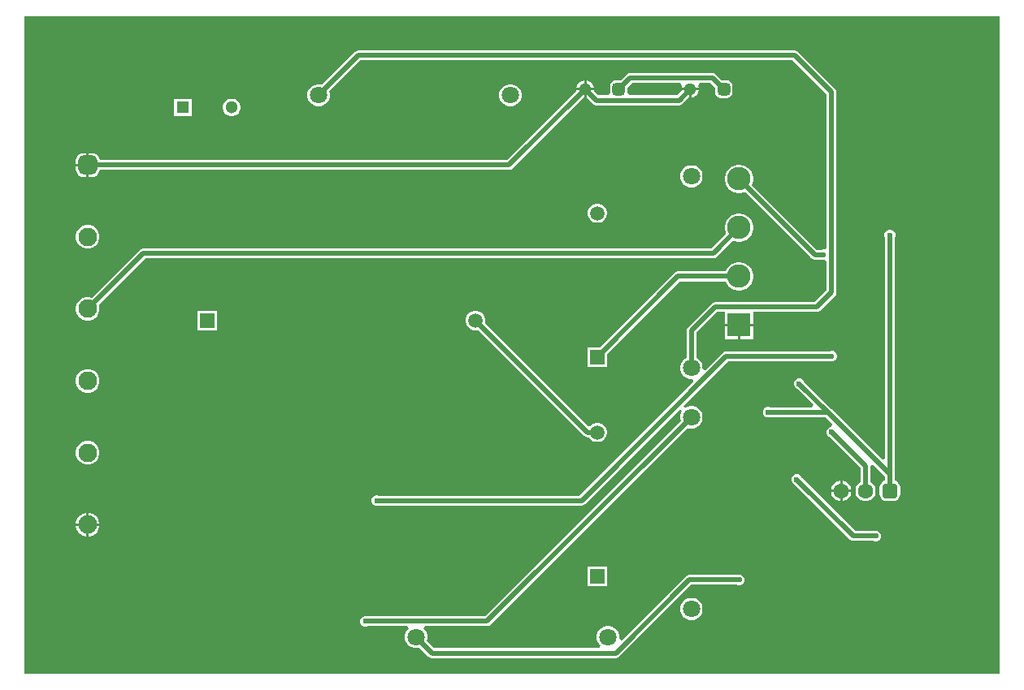
<source format=gbl>
G04*
G04 #@! TF.GenerationSoftware,Altium Limited,Altium Designer,24.5.1 (21)*
G04*
G04 Layer_Physical_Order=2*
G04 Layer_Color=16711680*
%FSLAX44Y44*%
%MOMM*%
G71*
G04*
G04 #@! TF.SameCoordinates,667E7DA7-0DE7-46C7-9864-8DF00163D8D0*
G04*
G04*
G04 #@! TF.FilePolarity,Positive*
G04*
G01*
G75*
%ADD60C,0.5000*%
%ADD61R,1.5000X1.5000*%
%ADD62C,1.5000*%
%ADD63C,1.5190*%
%ADD64R,1.5190X1.5190*%
%ADD65C,1.8000*%
%ADD66C,1.3000*%
%ADD67R,1.3000X1.3000*%
G04:AMPARAMS|DCode=68|XSize=1.3mm|YSize=1.3mm|CornerRadius=0.325mm|HoleSize=0mm|Usage=FLASHONLY|Rotation=0.000|XOffset=0mm|YOffset=0mm|HoleType=Round|Shape=RoundedRectangle|*
%AMROUNDEDRECTD68*
21,1,1.3000,0.6500,0,0,0.0*
21,1,0.6500,1.3000,0,0,0.0*
1,1,0.6500,0.3250,-0.3250*
1,1,0.6500,-0.3250,-0.3250*
1,1,0.6500,-0.3250,0.3250*
1,1,0.6500,0.3250,0.3250*
%
%ADD68ROUNDEDRECTD68*%
G04:AMPARAMS|DCode=69|XSize=1.6mm|YSize=1.6mm|CornerRadius=0.4mm|HoleSize=0mm|Usage=FLASHONLY|Rotation=180.000|XOffset=0mm|YOffset=0mm|HoleType=Round|Shape=RoundedRectangle|*
%AMROUNDEDRECTD69*
21,1,1.6000,0.8000,0,0,180.0*
21,1,0.8000,1.6000,0,0,180.0*
1,1,0.8000,-0.4000,0.4000*
1,1,0.8000,0.4000,0.4000*
1,1,0.8000,0.4000,-0.4000*
1,1,0.8000,-0.4000,-0.4000*
%
%ADD69ROUNDEDRECTD69*%
%ADD70C,1.6000*%
%ADD71R,2.4450X2.4450*%
%ADD72C,2.4450*%
%ADD73C,1.9500*%
G04:AMPARAMS|DCode=74|XSize=1.95mm|YSize=1.95mm|CornerRadius=0.4875mm|HoleSize=0mm|Usage=FLASHONLY|Rotation=270.000|XOffset=0mm|YOffset=0mm|HoleType=Round|Shape=RoundedRectangle|*
%AMROUNDEDRECTD74*
21,1,1.9500,0.9750,0,0,270.0*
21,1,0.9750,1.9500,0,0,270.0*
1,1,0.9750,-0.4875,-0.4875*
1,1,0.9750,-0.4875,0.4875*
1,1,0.9750,0.4875,0.4875*
1,1,0.9750,0.4875,-0.4875*
%
%ADD74ROUNDEDRECTD74*%
%ADD75C,0.6000*%
G36*
X1270000Y254000D02*
X254000D01*
Y939800D01*
X1270000D01*
Y254000D01*
D02*
G37*
%LPC*%
G36*
X839470Y872619D02*
Y864870D01*
X847219D01*
X846624Y867089D01*
X845434Y869151D01*
X843751Y870834D01*
X841689Y872024D01*
X839470Y872619D01*
D02*
G37*
G36*
X836930D02*
X834711Y872024D01*
X832649Y870834D01*
X830966Y869151D01*
X829776Y867089D01*
X829181Y864870D01*
X836930D01*
Y872619D01*
D02*
G37*
G36*
Y862330D02*
X829181D01*
X829283Y861950D01*
X756872Y789539D01*
X332319D01*
X332099Y791211D01*
X331352Y793015D01*
X330163Y794564D01*
X328614Y795752D01*
X326811Y796499D01*
X324875Y796754D01*
X321270D01*
Y784400D01*
Y772046D01*
X324875D01*
X326811Y772301D01*
X328614Y773048D01*
X330163Y774237D01*
X331352Y775786D01*
X332099Y777590D01*
X332319Y779261D01*
X759000D01*
X760967Y779653D01*
X762634Y780767D01*
X836550Y854683D01*
X836930Y854581D01*
Y862330D01*
D02*
G37*
G36*
X956719D02*
X948970D01*
Y854581D01*
X951189Y855176D01*
X953251Y856366D01*
X954934Y858049D01*
X956124Y860111D01*
X956719Y862330D01*
D02*
G37*
G36*
X971016Y880423D02*
X884884D01*
X882918Y880032D01*
X881251Y878918D01*
X875086Y872753D01*
X869950D01*
X867691Y872304D01*
X865776Y871024D01*
X864496Y869109D01*
X864047Y866850D01*
Y860350D01*
X864106Y860055D01*
X861855Y857055D01*
X852012D01*
X847117Y861950D01*
X847219Y862330D01*
X839470D01*
Y854581D01*
X839850Y854683D01*
X846250Y848282D01*
X847917Y847168D01*
X849884Y846777D01*
X936016D01*
X937982Y847168D01*
X939650Y848282D01*
X946050Y854683D01*
X946430Y854581D01*
Y862330D01*
X938681D01*
X938783Y861950D01*
X933887Y857055D01*
X884545D01*
X882295Y860055D01*
X882354Y860350D01*
Y865486D01*
X887013Y870145D01*
X937576D01*
X939308Y867145D01*
X939276Y867089D01*
X938681Y864870D01*
X956719D01*
X956124Y867089D01*
X956092Y867145D01*
X957824Y870145D01*
X968888D01*
X973547Y865486D01*
Y860350D01*
X973996Y858091D01*
X975276Y856176D01*
X977191Y854896D01*
X979450Y854447D01*
X985950D01*
X988209Y854896D01*
X990124Y856176D01*
X991404Y858091D01*
X991853Y860350D01*
Y866850D01*
X991404Y869109D01*
X990124Y871024D01*
X988209Y872304D01*
X985950Y872753D01*
X980814D01*
X974650Y878918D01*
X972983Y880032D01*
X971016Y880423D01*
D02*
G37*
G36*
X761919Y868790D02*
X758880D01*
X755946Y868003D01*
X753314Y866484D01*
X751165Y864336D01*
X749646Y861704D01*
X748860Y858769D01*
Y855731D01*
X749646Y852796D01*
X751165Y850164D01*
X753314Y848016D01*
X755946Y846497D01*
X758880Y845710D01*
X761919D01*
X764854Y846497D01*
X767486Y848016D01*
X769634Y850164D01*
X771153Y852796D01*
X771940Y855731D01*
Y858769D01*
X771153Y861704D01*
X769634Y864336D01*
X767486Y866484D01*
X764854Y868003D01*
X761919Y868790D01*
D02*
G37*
G36*
X471090Y853590D02*
X468710D01*
X466411Y852974D01*
X464349Y851784D01*
X462666Y850101D01*
X461476Y848039D01*
X460860Y845740D01*
Y843360D01*
X461476Y841061D01*
X462666Y838999D01*
X464349Y837316D01*
X466411Y836126D01*
X468710Y835510D01*
X471090D01*
X473389Y836126D01*
X475451Y837316D01*
X477134Y838999D01*
X478324Y841061D01*
X478940Y843360D01*
Y845740D01*
X478324Y848039D01*
X477134Y850101D01*
X475451Y851784D01*
X473389Y852974D01*
X471090Y853590D01*
D02*
G37*
G36*
X428140D02*
X410060D01*
Y835510D01*
X428140D01*
Y853590D01*
D02*
G37*
G36*
X318730Y796754D02*
X315125D01*
X313189Y796499D01*
X311385Y795752D01*
X309836Y794564D01*
X308648Y793015D01*
X307901Y791211D01*
X307646Y789275D01*
Y785670D01*
X318730D01*
Y796754D01*
D02*
G37*
G36*
Y783130D02*
X307646D01*
Y779525D01*
X307901Y777590D01*
X308648Y775786D01*
X309836Y774237D01*
X311385Y773048D01*
X313189Y772301D01*
X315125Y772046D01*
X318730D01*
Y783130D01*
D02*
G37*
G36*
X950463Y784213D02*
X947425D01*
X944490Y783427D01*
X941858Y781907D01*
X939710Y779759D01*
X938191Y777127D01*
X937404Y774192D01*
Y771154D01*
X938191Y768219D01*
X939710Y765587D01*
X941858Y763439D01*
X944490Y761919D01*
X947425Y761133D01*
X950463D01*
X953398Y761919D01*
X956030Y763439D01*
X958178Y765587D01*
X959697Y768219D01*
X960484Y771154D01*
Y774192D01*
X959697Y777127D01*
X958178Y779759D01*
X956030Y781907D01*
X953398Y783427D01*
X950463Y784213D01*
D02*
G37*
G36*
X852222Y744240D02*
X849578D01*
X847025Y743556D01*
X844735Y742234D01*
X842866Y740365D01*
X841544Y738075D01*
X840860Y735522D01*
Y732878D01*
X841544Y730325D01*
X842866Y728036D01*
X844735Y726166D01*
X847025Y724844D01*
X849578Y724160D01*
X852222D01*
X854775Y724844D01*
X857065Y726166D01*
X858934Y728036D01*
X860256Y730325D01*
X860940Y732878D01*
Y735522D01*
X860256Y738075D01*
X858934Y740365D01*
X857065Y742234D01*
X854775Y743556D01*
X852222Y744240D01*
D02*
G37*
G36*
X999928Y733839D02*
X997020D01*
X994167Y733272D01*
X991480Y732159D01*
X989062Y730543D01*
X987005Y728486D01*
X985389Y726068D01*
X984276Y723381D01*
X983709Y720528D01*
Y717620D01*
X984276Y714767D01*
X985045Y712912D01*
X969421Y697289D01*
X377750D01*
X375783Y696898D01*
X374116Y695784D01*
X324303Y645971D01*
X321618Y646690D01*
X318382D01*
X315256Y645853D01*
X312454Y644234D01*
X310165Y641946D01*
X308547Y639144D01*
X307710Y636018D01*
Y632782D01*
X308547Y629656D01*
X310165Y626854D01*
X312454Y624566D01*
X315256Y622948D01*
X318382Y622110D01*
X321618D01*
X324744Y622948D01*
X327546Y624566D01*
X329834Y626854D01*
X331452Y629656D01*
X332290Y632782D01*
Y636018D01*
X331570Y638703D01*
X379878Y687011D01*
X971550D01*
X973516Y687402D01*
X975184Y688516D01*
X992312Y705645D01*
X994167Y704876D01*
X997020Y704309D01*
X999928D01*
X1002781Y704876D01*
X1005468Y705989D01*
X1007886Y707605D01*
X1009943Y709662D01*
X1011559Y712080D01*
X1012672Y714767D01*
X1013239Y717620D01*
Y720528D01*
X1012672Y723381D01*
X1011559Y726068D01*
X1009943Y728486D01*
X1007886Y730543D01*
X1005468Y732159D01*
X1002781Y733272D01*
X999928Y733839D01*
D02*
G37*
G36*
X321618Y721690D02*
X318382D01*
X315256Y720853D01*
X312454Y719235D01*
X310165Y716946D01*
X308547Y714144D01*
X307710Y711018D01*
Y707782D01*
X308547Y704656D01*
X310165Y701854D01*
X312454Y699566D01*
X315256Y697948D01*
X318382Y697110D01*
X321618D01*
X324744Y697948D01*
X327546Y699566D01*
X329834Y701854D01*
X331452Y704656D01*
X332290Y707782D01*
Y711018D01*
X331452Y714144D01*
X329834Y716946D01*
X327546Y719235D01*
X324744Y720853D01*
X321618Y721690D01*
D02*
G37*
G36*
X1056640Y903791D02*
X601802D01*
X599836Y903400D01*
X598169Y902286D01*
X564091Y868208D01*
X561920Y868790D01*
X558881D01*
X555946Y868003D01*
X553315Y866484D01*
X551166Y864336D01*
X549647Y861704D01*
X548860Y858769D01*
Y855731D01*
X549647Y852796D01*
X551166Y850164D01*
X553315Y848016D01*
X555946Y846497D01*
X558881Y845710D01*
X561920D01*
X564855Y846497D01*
X567486Y848016D01*
X569635Y850164D01*
X571154Y852796D01*
X571940Y855731D01*
Y858769D01*
X571358Y860941D01*
X603931Y893513D01*
X1054511D01*
X1089601Y858423D01*
Y697714D01*
X1087664Y696420D01*
X1085460D01*
X1084492Y696019D01*
X1079596D01*
X1011903Y763712D01*
X1012672Y765567D01*
X1013239Y768420D01*
Y771328D01*
X1012672Y774181D01*
X1011559Y776868D01*
X1009943Y779286D01*
X1007886Y781343D01*
X1005468Y782959D01*
X1002781Y784072D01*
X999928Y784639D01*
X997020D01*
X994167Y784072D01*
X991480Y782959D01*
X989062Y781343D01*
X987005Y779286D01*
X985389Y776868D01*
X984276Y774181D01*
X983709Y771328D01*
Y768420D01*
X984276Y765567D01*
X985389Y762880D01*
X987005Y760462D01*
X989062Y758405D01*
X991480Y756789D01*
X994167Y755676D01*
X997020Y755109D01*
X999928D01*
X1002781Y755676D01*
X1004636Y756445D01*
X1073834Y687246D01*
X1075501Y686132D01*
X1077468Y685741D01*
X1084492D01*
X1085460Y685340D01*
X1087664D01*
X1089601Y684046D01*
Y653639D01*
X1077372Y641409D01*
X973582D01*
X971616Y641018D01*
X969948Y639904D01*
X945310Y615266D01*
X944196Y613599D01*
X943805Y611632D01*
Y583031D01*
X941858Y581907D01*
X939710Y579759D01*
X938191Y577127D01*
X937404Y574192D01*
Y571154D01*
X938191Y568219D01*
X939710Y565587D01*
X941858Y563439D01*
X944490Y561919D01*
X947425Y561133D01*
X949673D01*
X950883Y559059D01*
X951044Y558261D01*
X832262Y439479D01*
X623355D01*
X622386Y439880D01*
X620182D01*
X618146Y439037D01*
X616587Y437478D01*
X615744Y435442D01*
Y433238D01*
X616587Y431202D01*
X618146Y429643D01*
X620182Y428800D01*
X622386D01*
X623355Y429201D01*
X834390D01*
X836357Y429592D01*
X838024Y430706D01*
X936870Y529552D01*
X939270Y527710D01*
X938191Y525840D01*
X937404Y522905D01*
Y519866D01*
X937986Y517695D01*
X734040Y313749D01*
X611671D01*
X610702Y314150D01*
X608498D01*
X606462Y313307D01*
X604903Y311748D01*
X604060Y309712D01*
Y307508D01*
X604903Y305472D01*
X606462Y303913D01*
X608498Y303070D01*
X610702D01*
X611671Y303471D01*
X652831D01*
X654052Y300471D01*
X652766Y299186D01*
X651247Y296554D01*
X650460Y293619D01*
Y290581D01*
X651247Y287646D01*
X652766Y285014D01*
X654914Y282866D01*
X657546Y281346D01*
X660481Y280560D01*
X663520D01*
X665691Y281142D01*
X675131Y271702D01*
X676798Y270588D01*
X678764Y270197D01*
X869950D01*
X871917Y270588D01*
X873584Y271702D01*
X948532Y346651D01*
X996657D01*
X997626Y346250D01*
X999830D01*
X1001866Y347093D01*
X1003425Y348652D01*
X1004268Y350688D01*
Y352892D01*
X1003425Y354928D01*
X1001866Y356487D01*
X999830Y357330D01*
X997626D01*
X996657Y356929D01*
X946404D01*
X944437Y356538D01*
X942770Y355424D01*
X876176Y288830D01*
X873487Y290383D01*
X873540Y290581D01*
Y293619D01*
X872753Y296554D01*
X871234Y299186D01*
X869085Y301334D01*
X866454Y302854D01*
X863519Y303640D01*
X860480D01*
X857545Y302854D01*
X854914Y301334D01*
X852766Y299186D01*
X851246Y296554D01*
X850460Y293619D01*
Y290581D01*
X851246Y287646D01*
X852766Y285014D01*
X854305Y283475D01*
X853577Y280939D01*
X853255Y280475D01*
X680893D01*
X672958Y288409D01*
X673540Y290581D01*
Y293619D01*
X672754Y296554D01*
X671235Y299186D01*
X669949Y300471D01*
X671169Y303471D01*
X736168D01*
X738135Y303862D01*
X739802Y304976D01*
X945253Y510428D01*
X947425Y509846D01*
X950463D01*
X953398Y510632D01*
X956030Y512151D01*
X958178Y514300D01*
X959697Y516931D01*
X960484Y519866D01*
Y522905D01*
X959697Y525840D01*
X958178Y528471D01*
X956030Y530620D01*
X953398Y532139D01*
X950463Y532926D01*
X947425D01*
X944490Y532139D01*
X942619Y531059D01*
X940777Y533460D01*
X987141Y579823D01*
X1092923D01*
X1093892Y579422D01*
X1096096D01*
X1098132Y580265D01*
X1099691Y581824D01*
X1100534Y583860D01*
Y586064D01*
X1099691Y588100D01*
X1098132Y589659D01*
X1096096Y590502D01*
X1093892D01*
X1092923Y590101D01*
X985012D01*
X983046Y589710D01*
X981378Y588596D01*
X963356Y570573D01*
X962558Y570734D01*
X960484Y571944D01*
Y574192D01*
X959697Y577127D01*
X958178Y579759D01*
X956030Y581907D01*
X954083Y583031D01*
Y609504D01*
X975711Y631131D01*
X983709D01*
Y618744D01*
X998474D01*
X1013239D01*
Y631131D01*
X1079500D01*
X1081467Y631522D01*
X1083134Y632636D01*
X1098374Y647876D01*
X1099488Y649544D01*
X1099879Y651510D01*
Y860552D01*
X1099488Y862518D01*
X1098374Y864186D01*
X1060274Y902286D01*
X1058606Y903400D01*
X1056640Y903791D01*
D02*
G37*
G36*
X999928Y683039D02*
X997020D01*
X994167Y682472D01*
X991480Y681359D01*
X989062Y679743D01*
X987005Y677686D01*
X985389Y675268D01*
X984621Y673413D01*
X934974D01*
X933008Y673022D01*
X931340Y671908D01*
X853673Y594240D01*
X840860D01*
Y574160D01*
X860940D01*
Y586973D01*
X937103Y663135D01*
X984621D01*
X985389Y661280D01*
X987005Y658862D01*
X989062Y656805D01*
X991480Y655189D01*
X994167Y654076D01*
X997020Y653509D01*
X999928D01*
X1002781Y654076D01*
X1005468Y655189D01*
X1007886Y656805D01*
X1009943Y658862D01*
X1011559Y661280D01*
X1012672Y663967D01*
X1013239Y666820D01*
Y669728D01*
X1012672Y672581D01*
X1011559Y675268D01*
X1009943Y677686D01*
X1007886Y679743D01*
X1005468Y681359D01*
X1002781Y682472D01*
X999928Y683039D01*
D02*
G37*
G36*
X454635Y632435D02*
X434365D01*
Y612165D01*
X454635D01*
Y632435D01*
D02*
G37*
G36*
X1013239Y616204D02*
X999744D01*
Y602709D01*
X1013239D01*
Y616204D01*
D02*
G37*
G36*
X997204D02*
X983709D01*
Y602709D01*
X997204D01*
Y616204D01*
D02*
G37*
G36*
X321618Y571690D02*
X318382D01*
X315256Y570852D01*
X312454Y569234D01*
X310165Y566946D01*
X308547Y564144D01*
X307710Y561018D01*
Y557782D01*
X308547Y554656D01*
X310165Y551854D01*
X312454Y549566D01*
X315256Y547948D01*
X318382Y547110D01*
X321618D01*
X324744Y547948D01*
X327546Y549566D01*
X329834Y551854D01*
X331452Y554656D01*
X332290Y557782D01*
Y561018D01*
X331452Y564144D01*
X329834Y566946D01*
X327546Y569234D01*
X324744Y570852D01*
X321618Y571690D01*
D02*
G37*
G36*
X725234Y632435D02*
X722566D01*
X719988Y631744D01*
X717677Y630410D01*
X715790Y628523D01*
X714456Y626212D01*
X713765Y623634D01*
Y620966D01*
X714456Y618388D01*
X715790Y616077D01*
X717677Y614190D01*
X719988Y612856D01*
X722566Y612165D01*
X725234D01*
X726444Y612489D01*
X836966Y501967D01*
X838633Y500853D01*
X840600Y500462D01*
X842274D01*
X842866Y499436D01*
X844735Y497566D01*
X847025Y496244D01*
X849578Y495560D01*
X852222D01*
X854775Y496244D01*
X857065Y497566D01*
X858934Y499436D01*
X860256Y501725D01*
X860940Y504278D01*
Y506922D01*
X860256Y509476D01*
X858934Y511765D01*
X857065Y513634D01*
X854775Y514956D01*
X852222Y515640D01*
X849578D01*
X847025Y514956D01*
X844735Y513634D01*
X842866Y511765D01*
X841838Y511630D01*
X733711Y619756D01*
X734035Y620966D01*
Y623634D01*
X733344Y626212D01*
X732010Y628523D01*
X730123Y630410D01*
X727812Y631744D01*
X725234Y632435D01*
D02*
G37*
G36*
X1156802Y716740D02*
X1154598D01*
X1152562Y715897D01*
X1151003Y714338D01*
X1150160Y712302D01*
Y710098D01*
X1150561Y709129D01*
Y478098D01*
X1147790Y476950D01*
X1094564Y530176D01*
X1066310Y558429D01*
X1065909Y559398D01*
X1064350Y560957D01*
X1062314Y561800D01*
X1060110D01*
X1058074Y560957D01*
X1056515Y559398D01*
X1055672Y557362D01*
Y555158D01*
X1056515Y553122D01*
X1058074Y551563D01*
X1059043Y551162D01*
X1075752Y534452D01*
X1074604Y531681D01*
X1030865D01*
X1029896Y532082D01*
X1027692D01*
X1025656Y531239D01*
X1024097Y529680D01*
X1023254Y527644D01*
Y525440D01*
X1024097Y523404D01*
X1025656Y521845D01*
X1027692Y521002D01*
X1029896D01*
X1030865Y521403D01*
X1088801D01*
X1095951Y514254D01*
X1094708Y511254D01*
X1093892D01*
X1091856Y510411D01*
X1090297Y508852D01*
X1089454Y506816D01*
Y504612D01*
X1090297Y502576D01*
X1091856Y501017D01*
X1092825Y500616D01*
X1125161Y468279D01*
Y453704D01*
X1123828Y452934D01*
X1121866Y450972D01*
X1120478Y448568D01*
X1119760Y445888D01*
Y443112D01*
X1120478Y440432D01*
X1121866Y438028D01*
X1123828Y436066D01*
X1126232Y434678D01*
X1128912Y433960D01*
X1131688D01*
X1134368Y434678D01*
X1136772Y436066D01*
X1138734Y438028D01*
X1140122Y440432D01*
X1140840Y443112D01*
Y445888D01*
X1140122Y448568D01*
X1138734Y450972D01*
X1136772Y452934D01*
X1135439Y453704D01*
Y470408D01*
X1135410Y470552D01*
X1138175Y472030D01*
X1150561Y459644D01*
Y454947D01*
X1149993Y454872D01*
X1148402Y454213D01*
X1147036Y453164D01*
X1145987Y451798D01*
X1145328Y450207D01*
X1145104Y448500D01*
Y440500D01*
X1145328Y438793D01*
X1145987Y437202D01*
X1147036Y435836D01*
X1148402Y434787D01*
X1149993Y434128D01*
X1151700Y433904D01*
X1159700D01*
X1161407Y434128D01*
X1162998Y434787D01*
X1164364Y435836D01*
X1165413Y437202D01*
X1166072Y438793D01*
X1166296Y440500D01*
Y448500D01*
X1166072Y450207D01*
X1165413Y451798D01*
X1164364Y453164D01*
X1162998Y454213D01*
X1161407Y454872D01*
X1160839Y454947D01*
Y461772D01*
Y709129D01*
X1161240Y710098D01*
Y712302D01*
X1160397Y714338D01*
X1158838Y715897D01*
X1156802Y716740D01*
D02*
G37*
G36*
X321618Y496690D02*
X318382D01*
X315256Y495852D01*
X312454Y494234D01*
X310165Y491946D01*
X308547Y489144D01*
X307710Y486018D01*
Y482782D01*
X308547Y479656D01*
X310165Y476854D01*
X312454Y474565D01*
X315256Y472947D01*
X318382Y472110D01*
X321618D01*
X324744Y472947D01*
X327546Y474565D01*
X329834Y476854D01*
X331452Y479656D01*
X332290Y482782D01*
Y486018D01*
X331452Y489144D01*
X329834Y491946D01*
X327546Y494234D01*
X324744Y495852D01*
X321618Y496690D01*
D02*
G37*
G36*
X1106288Y455040D02*
X1106170D01*
Y445770D01*
X1115440D01*
Y445888D01*
X1114722Y448568D01*
X1113334Y450972D01*
X1111372Y452934D01*
X1108968Y454322D01*
X1106288Y455040D01*
D02*
G37*
G36*
X1103630D02*
X1103512D01*
X1100832Y454322D01*
X1098428Y452934D01*
X1096466Y450972D01*
X1095078Y448568D01*
X1094360Y445888D01*
Y445770D01*
X1103630D01*
Y455040D01*
D02*
G37*
G36*
X1115440Y443230D02*
X1106170D01*
Y433960D01*
X1106288D01*
X1108968Y434678D01*
X1111372Y436066D01*
X1113334Y438028D01*
X1114722Y440432D01*
X1115440Y443112D01*
Y443230D01*
D02*
G37*
G36*
X1103630D02*
X1094360D01*
Y443112D01*
X1095078Y440432D01*
X1096466Y438028D01*
X1098428Y436066D01*
X1100832Y434678D01*
X1103512Y433960D01*
X1103630D01*
Y443230D01*
D02*
G37*
G36*
X321618Y421690D02*
X321270D01*
Y410670D01*
X332290D01*
Y411018D01*
X331452Y414144D01*
X329834Y416946D01*
X327546Y419235D01*
X324744Y420853D01*
X321618Y421690D01*
D02*
G37*
G36*
X318730D02*
X318382D01*
X315256Y420853D01*
X312454Y419235D01*
X310165Y416946D01*
X308547Y414144D01*
X307710Y411018D01*
Y410670D01*
X318730D01*
Y421690D01*
D02*
G37*
G36*
X332290Y408130D02*
X321270D01*
Y397110D01*
X321618D01*
X324744Y397948D01*
X327546Y399566D01*
X329834Y401854D01*
X331452Y404656D01*
X332290Y407782D01*
Y408130D01*
D02*
G37*
G36*
X318730D02*
X307710D01*
Y407782D01*
X308547Y404656D01*
X310165Y401854D01*
X312454Y399566D01*
X315256Y397948D01*
X318382Y397110D01*
X318730D01*
Y408130D01*
D02*
G37*
G36*
X1059774Y462072D02*
X1057570D01*
X1055534Y461229D01*
X1053975Y459670D01*
X1053132Y457634D01*
Y455430D01*
X1053975Y453394D01*
X1055534Y451835D01*
X1056503Y451434D01*
X1114060Y393876D01*
X1115727Y392762D01*
X1117694Y392371D01*
X1138897D01*
X1139866Y391970D01*
X1142070D01*
X1144106Y392813D01*
X1145665Y394372D01*
X1146508Y396408D01*
Y398612D01*
X1145665Y400648D01*
X1144106Y402207D01*
X1142070Y403050D01*
X1139866D01*
X1138897Y402649D01*
X1119822D01*
X1063770Y458701D01*
X1063369Y459670D01*
X1061810Y461229D01*
X1059774Y462072D01*
D02*
G37*
G36*
X860940Y365640D02*
X840860D01*
Y345560D01*
X860940D01*
Y365640D01*
D02*
G37*
G36*
X950463Y332926D02*
X947425D01*
X944490Y332140D01*
X941858Y330620D01*
X939710Y328472D01*
X938191Y325840D01*
X937404Y322906D01*
Y319867D01*
X938191Y316932D01*
X939710Y314300D01*
X941858Y312152D01*
X944490Y310633D01*
X947425Y309846D01*
X950463D01*
X953398Y310633D01*
X956030Y312152D01*
X958178Y314300D01*
X959697Y316932D01*
X960484Y319867D01*
Y322906D01*
X959697Y325840D01*
X958178Y328472D01*
X956030Y330620D01*
X953398Y332140D01*
X950463Y332926D01*
D02*
G37*
%LPD*%
D60*
X834390Y434340D02*
X985012Y584962D01*
X621284Y434340D02*
X834390D01*
X985012Y584962D02*
X1094994D01*
X1155700Y461772D02*
Y711200D01*
X1090930Y526542D02*
X1155700Y461772D01*
X1061212Y556260D02*
X1090930Y526542D01*
X1155700Y444500D02*
Y461772D01*
X1028794Y526542D02*
X1090930D01*
X838200Y863600D02*
X849884Y851916D01*
X936016D01*
X947700Y863600D01*
X1117694Y397510D02*
X1140968D01*
X1058672Y456532D02*
X1117694Y397510D01*
X1077468Y690880D02*
X1086562D01*
X998474Y769874D02*
X1077468Y690880D01*
X971016Y875284D02*
X982700Y863600D01*
X884884Y875284D02*
X971016D01*
X873200Y863600D02*
X884884Y875284D01*
X840600Y505600D02*
X850900D01*
X723900Y622300D02*
X840600Y505600D01*
X560400Y857250D02*
X601802Y898652D01*
X1056640D01*
X1094740Y860552D01*
Y651510D02*
Y860552D01*
X1079500Y636270D02*
X1094740Y651510D01*
X973582Y636270D02*
X1079500D01*
X948944Y611632D02*
X973582Y636270D01*
X948944Y572673D02*
Y611632D01*
X946404Y351790D02*
X998728D01*
X869950Y275336D02*
X946404Y351790D01*
X678764Y275336D02*
X869950D01*
X662000Y292100D02*
X678764Y275336D01*
X609600Y308610D02*
X736168D01*
X948944Y521386D01*
X1094994Y505714D02*
X1130300Y470408D01*
Y444500D02*
Y470408D01*
X759000Y784400D02*
X838200Y863600D01*
X320000Y784400D02*
X759000D01*
X320000Y634400D02*
X377750Y692150D01*
X971550D01*
X998474Y719074D01*
X934974Y668274D02*
X998474D01*
X850900Y584200D02*
X934974Y668274D01*
D61*
X850900Y355600D02*
D03*
Y584200D02*
D03*
D62*
Y505600D02*
D03*
Y734200D02*
D03*
D63*
X723900Y622300D02*
D03*
D64*
X444500D02*
D03*
D65*
X948944Y572673D02*
D03*
Y772673D02*
D03*
X662000Y292100D02*
D03*
X862000D02*
D03*
X760400Y857250D02*
D03*
X560400D02*
D03*
X948944Y521386D02*
D03*
Y321386D02*
D03*
D66*
X469900Y844550D02*
D03*
X947700Y863600D02*
D03*
X838200D02*
D03*
D67*
X419100Y844550D02*
D03*
D68*
X982700Y863600D02*
D03*
X873200D02*
D03*
D69*
X1155700Y444500D02*
D03*
D70*
X1130300D02*
D03*
X1104900D02*
D03*
D71*
X998474Y617474D02*
D03*
D72*
Y668274D02*
D03*
Y719074D02*
D03*
Y769874D02*
D03*
D73*
X320000Y559400D02*
D03*
Y709400D02*
D03*
Y634400D02*
D03*
Y484400D02*
D03*
Y409400D02*
D03*
D74*
Y784400D02*
D03*
D75*
X1061212Y556260D02*
D03*
X1028794Y526542D02*
D03*
X1155700Y711200D02*
D03*
X621284Y434340D02*
D03*
X1094994Y584962D02*
D03*
X1140968Y397510D02*
D03*
X1058672Y456532D02*
D03*
X1086562Y690880D02*
D03*
X998728Y351790D02*
D03*
X609600Y308610D02*
D03*
X1094994Y505714D02*
D03*
M02*

</source>
